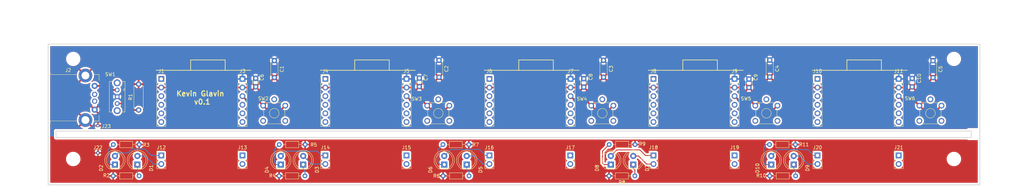
<source format=kicad_pcb>
(kicad_pcb (version 20171130) (host pcbnew "(5.0.0-3-g5ebb6b6)")
  (title_block (title "IOT holder board") (date 2018-09-12) (comment 1 "Kevin Glavin"))
  (layers (0 F.Cu signal) (31 B.Cu signal) (34 B.Paste user) (35 F.Paste user) (36 B.SilkS user) (37 F.SilkS user) (38 B.Mask user) (39 F.Mask user) (44 Edge.Cuts user))
  (net 0 "")
  (net 1 GND)
  (net 2 VCC)
  (net 3 "Net-(J2-Pad1)")
  (net 4 "Net-(J3-Pad3)")
  (net 5 "Net-(J5-Pad3)")
  (net 6 "Net-(J7-Pad3)")
  (net 7 "Net-(J9-Pad3)")
  (net 8 "Net-(J11-Pad3)")
  (net 9 "Net-(R1-Pad1)")
  (net 10 LED2)
  (net 11 "Net-(D1-Pad1)")
  (net 12 "Net-(D2-Pad1)")
  (net 13 LED1)
  (net 14 LED4)
  (net 15 "Net-(D3-Pad1)")
  (net 16 "Net-(D4-Pad1)")
  (net 17 LED3)
  (net 18 LED6)
  (net 19 "Net-(D5-Pad1)")
  (net 20 "Net-(D6-Pad1)")
  (net 21 LED5)
  (net 22 LED8)
  (net 23 "Net-(D7-Pad1)")
  (net 24 LED7)
  (net 25 "Net-(D8-Pad1)")
  (net 26 "Net-(D9-Pad1)")
  (net 27 LED10)
  (net 28 "Net-(D10-Pad1)")
  (net 29 LED9)
  (module Connector_PinHeader_2.54mm:PinHeader_1x02_P2.54mm_Vertical (layer F.Cu) (at 64.008 73.874799)
    (fp_text reference J12 (at 0 -2.33) (layer F.SilkS))
    (fp_text value Conn_01x06_Female hide)
    (pad 2 thru_hole oval (at 0 2.54) (size 1.7 1.7) (drill 1) (layers *.Cu *.Mask) (net 10 LED2))
    (pad 1 thru_hole rect (at 0 0) (size 1.7 1.7) (drill 1) (layers *.Cu *.Mask) (net 13 LED1))
  )
  (module library:CKN10397-ND (layer F.Cu) (at 51.0286 56.5764 270)
    (fp_text reference SW1 (at -6.604 2.032) (layer F.SilkS))
    (fp_text value SW_Push_SPDT hide)
    (pad 5 thru_hole circle (at -4.1 0 270) (size 2.05 2.05) (drill 1.25) (layers *.Cu *.Mask))
    (pad 4 thru_hole circle (at 4.1 0 270) (size 2.05 2.05) (drill 1.25) (layers *.Cu *.Mask))
    (pad 3 thru_hole circle (at 2 0 270) (size 1.4 1.4) (drill 0.8) (layers *.Cu *.Mask) (net 9 "Net-(R1-Pad1)"))
    (pad 1 thru_hole circle (at -2 0 270) (size 1.4 1.4) (drill 0.8) (layers *.Cu *.Mask) (net 3 "Net-(J2-Pad1)"))
    (pad 2 thru_hole circle (at 0 0 270) (size 1.4 1.4) (drill 0.8) (layers *.Cu *.Mask) (net 2 VCC))
  )
  (module Resistor_THT:R_Axial_DIN0204_L3.6mm_D1.6mm_P7.62mm_Horizontal (layer F.Cu) (at 57.4802 79.9084 180)
    (fp_text reference R2 (at 9.6012 0.127 180) (layer F.SilkS))
    (fp_text value 100)
    (pad 2 thru_hole oval (at 7.62 0 180) (size 1.4 1.4) (drill 0.7) (layers *.Cu *.Mask) (net 1 GND))
    (pad 1 thru_hole circle (at 0 0 180) (size 1.4 1.4) (drill 0.7) (layers *.Cu *.Mask) (net 11 "Net-(D1-Pad1)"))
  )
  (module Resistor_THT:R_Axial_DIN0204_L3.6mm_D1.6mm_P7.62mm_Horizontal (layer F.Cu) (at 49.8856 70.6628)
    (fp_text reference R3 (at 9.6774 0.127) (layer F.SilkS))
    (fp_text value 100)
    (pad 2 thru_hole oval (at 7.62 0) (size 1.4 1.4) (drill 0.7) (layers *.Cu *.Mask) (net 1 GND))
    (pad 1 thru_hole circle (at 0 0) (size 1.4 1.4) (drill 0.7) (layers *.Cu *.Mask) (net 12 "Net-(D2-Pad1)"))
  )
  (module Resistor_THT:R_Axial_DIN0204_L3.6mm_D1.6mm_P7.62mm_Horizontal (layer F.Cu) (at 106.2736 79.9084 180)
    (fp_text reference R4 (at 9.5758 0.0508 180) (layer F.SilkS))
    (fp_text value 100)
    (pad 2 thru_hole oval (at 7.62 0 180) (size 1.4 1.4) (drill 0.7) (layers *.Cu *.Mask) (net 1 GND))
    (pad 1 thru_hole circle (at 0 0 180) (size 1.4 1.4) (drill 0.7) (layers *.Cu *.Mask) (net 15 "Net-(D3-Pad1)"))
  )
  (module Resistor_THT:R_Axial_DIN0204_L3.6mm_D1.6mm_P7.62mm_Horizontal (layer F.Cu) (at 98.7044 70.6628)
    (fp_text reference R5 (at 10.1346 0.0762) (layer F.SilkS))
    (fp_text value 100)
    (pad 2 thru_hole oval (at 7.62 0) (size 1.4 1.4) (drill 0.7) (layers *.Cu *.Mask) (net 1 GND))
    (pad 1 thru_hole circle (at 0 0) (size 1.4 1.4) (drill 0.7) (layers *.Cu *.Mask) (net 16 "Net-(D4-Pad1)"))
  )
  (module Resistor_THT:R_Axial_DIN0204_L3.6mm_D1.6mm_P7.62mm_Horizontal (layer F.Cu) (at 154.5336 79.9084 180)
    (fp_text reference R6 (at 9.5758 0 180) (layer F.SilkS))
    (fp_text value 100)
    (pad 2 thru_hole oval (at 7.62 0 180) (size 1.4 1.4) (drill 0.7) (layers *.Cu *.Mask) (net 1 GND))
    (pad 1 thru_hole circle (at 0 0 180) (size 1.4 1.4) (drill 0.7) (layers *.Cu *.Mask) (net 19 "Net-(D5-Pad1)"))
  )
  (module Resistor_THT:R_Axial_DIN0204_L3.6mm_D1.6mm_P7.62mm_Horizontal (layer F.Cu) (at 146.8628 70.6628)
    (fp_text reference R7 (at 9.6012 0.0508) (layer F.SilkS))
    (fp_text value 100)
    (pad 2 thru_hole oval (at 7.62 0) (size 1.4 1.4) (drill 0.7) (layers *.Cu *.Mask) (net 1 GND))
    (pad 1 thru_hole circle (at 0 0) (size 1.4 1.4) (drill 0.7) (layers *.Cu *.Mask) (net 20 "Net-(D6-Pad1)"))
  )
  (module Resistor_THT:R_Axial_DIN0204_L3.6mm_D1.6mm_P7.62mm_Horizontal (layer F.Cu) (at 203.327 79.9084 180)
    (fp_text reference R8 (at 3.81 -1.92 180) (layer F.SilkS))
    (fp_text value 100)
    (pad 2 thru_hole oval (at 7.62 0 180) (size 1.4 1.4) (drill 0.7) (layers *.Cu *.Mask) (net 1 GND))
    (pad 1 thru_hole circle (at 0 0 180) (size 1.4 1.4) (drill 0.7) (layers *.Cu *.Mask) (net 23 "Net-(D7-Pad1)"))
  )
  (module Resistor_THT:R_Axial_DIN0204_L3.6mm_D1.6mm_P7.62mm_Horizontal (layer F.Cu) (at 195.7578 70.6628)
    (fp_text reference R9 (at 9.7282 -0.1778) (layer F.SilkS))
    (fp_text value 100)
    (pad 2 thru_hole oval (at 7.62 0) (size 1.4 1.4) (drill 0.7) (layers *.Cu *.Mask) (net 1 GND))
    (pad 1 thru_hole circle (at 0 0) (size 1.4 1.4) (drill 0.7) (layers *.Cu *.Mask) (net 25 "Net-(D8-Pad1)"))
  )
  (module Resistor_THT:R_Axial_DIN0204_L3.6mm_D1.6mm_P7.62mm_Horizontal (layer F.Cu) (at 250.6218 79.9084 180)
    (fp_text reference R10 (at 10.1346 0.1016 180) (layer F.SilkS))
    (fp_text value 100)
    (pad 2 thru_hole oval (at 7.62 0 180) (size 1.4 1.4) (drill 0.7) (layers *.Cu *.Mask) (net 1 GND))
    (pad 1 thru_hole circle (at 0 0 180) (size 1.4 1.4) (drill 0.7) (layers *.Cu *.Mask) (net 26 "Net-(D9-Pad1)"))
  )
  (module Resistor_THT:R_Axial_DIN0204_L3.6mm_D1.6mm_P7.62mm_Horizontal (layer F.Cu) (at 242.9256 70.6628)
    (fp_text reference R11 (at 10.1346 0) (layer F.SilkS))
    (fp_text value 100)
    (pad 2 thru_hole oval (at 7.62 0) (size 1.4 1.4) (drill 0.7) (layers *.Cu *.Mask) (net 1 GND))
    (pad 1 thru_hole circle (at 0 0) (size 1.4 1.4) (drill 0.7) (layers *.Cu *.Mask) (net 28 "Net-(D10-Pad1)"))
  )
  (module library:SW_TH_Tactile_Omron_B3F-10xx (layer F.Cu) (at 142.24 59.182)
    (fp_text reference SW3 (at -3.1242 -1.9812) (layer F.SilkS))
    (fp_text value SW_SPST)
    (pad 5 thru_hole circle (at 3.25 -1.85) (size 1.7 1.7) (drill 1) (layers *.Cu *.Mask))
    (pad 1 thru_hole circle (at 0 0) (size 1.7 1.7) (drill 1) (layers *.Cu *.Mask) (net 1 GND))
    (pad 2 thru_hole circle (at 6.5 0) (size 1.7 1.7) (drill 1) (layers *.Cu *.Mask) (net 5 "Net-(J5-Pad3)"))
    (pad 3 thru_hole circle (at 0 4.5) (size 1.7 1.7) (drill 1) (layers *.Cu *.Mask))
    (pad 4 thru_hole circle (at 6.5 4.5) (size 1.7 1.7) (drill 1) (layers *.Cu *.Mask))
  )
  (module library:SW_TH_Tactile_Omron_B3F-10xx (layer F.Cu) (at 190.5 59.182)
    (fp_text reference SW4 (at -2.7686 -1.9812) (layer F.SilkS))
    (fp_text value SW_SPST)
    (pad 5 thru_hole circle (at 3.25 -1.85) (size 1.7 1.7) (drill 1) (layers *.Cu *.Mask))
    (pad 1 thru_hole circle (at 0 0) (size 1.7 1.7) (drill 1) (layers *.Cu *.Mask) (net 1 GND))
    (pad 2 thru_hole circle (at 6.5 0) (size 1.7 1.7) (drill 1) (layers *.Cu *.Mask) (net 6 "Net-(J7-Pad3)"))
    (pad 3 thru_hole circle (at 0 4.5) (size 1.7 1.7) (drill 1) (layers *.Cu *.Mask))
    (pad 4 thru_hole circle (at 6.5 4.5) (size 1.7 1.7) (drill 1) (layers *.Cu *.Mask))
  )
  (module library:SW_TH_Tactile_Omron_B3F-10xx (layer F.Cu) (at 287.02 59.182)
    (fp_text reference SW6 (at -2.7686 -2.1082) (layer F.SilkS))
    (fp_text value SW_SPST)
    (pad 5 thru_hole circle (at 3.25 -1.85) (size 1.7 1.7) (drill 1) (layers *.Cu *.Mask))
    (pad 1 thru_hole circle (at 0 0) (size 1.7 1.7) (drill 1) (layers *.Cu *.Mask) (net 1 GND))
    (pad 2 thru_hole circle (at 6.5 0) (size 1.7 1.7) (drill 1) (layers *.Cu *.Mask) (net 8 "Net-(J11-Pad3)"))
    (pad 3 thru_hole circle (at 0 4.5) (size 1.7 1.7) (drill 1) (layers *.Cu *.Mask))
    (pad 4 thru_hole circle (at 6.5 4.5) (size 1.7 1.7) (drill 1) (layers *.Cu *.Mask))
  )
  (module library:SW_TH_Tactile_Omron_B3F-10xx (layer F.Cu) (at 238.76 59.182)
    (fp_text reference SW5 (at -2.7432 -2.0574) (layer F.SilkS))
    (fp_text value SW_SPST)
    (pad 5 thru_hole circle (at 3.25 -1.85) (size 1.7 1.7) (drill 1) (layers *.Cu *.Mask))
    (pad 1 thru_hole circle (at 0 0) (size 1.7 1.7) (drill 1) (layers *.Cu *.Mask) (net 1 GND))
    (pad 2 thru_hole circle (at 6.5 0) (size 1.7 1.7) (drill 1) (layers *.Cu *.Mask) (net 7 "Net-(J9-Pad3)"))
    (pad 3 thru_hole circle (at 0 4.5) (size 1.7 1.7) (drill 1) (layers *.Cu *.Mask))
    (pad 4 thru_hole circle (at 6.5 4.5) (size 1.7 1.7) (drill 1) (layers *.Cu *.Mask))
  )
  (module library:SW_TH_Tactile_Omron_B3F-10xx (layer F.Cu) (at 93.98 59.182)
    (fp_text reference SW2 (at 0.0254 -2.0828) (layer F.SilkS))
    (fp_text value SW_SPST)
    (pad 5 thru_hole circle (at 3.25 -1.85) (size 1.7 1.7) (drill 1) (layers *.Cu *.Mask))
    (pad 1 thru_hole circle (at 0 0) (size 1.7 1.7) (drill 1) (layers *.Cu *.Mask) (net 1 GND))
    (pad 2 thru_hole circle (at 6.5 0) (size 1.7 1.7) (drill 1) (layers *.Cu *.Mask) (net 4 "Net-(J3-Pad3)"))
    (pad 3 thru_hole circle (at 0 4.5) (size 1.7 1.7) (drill 1) (layers *.Cu *.Mask))
    (pad 4 thru_hole circle (at 6.5 4.5) (size 1.7 1.7) (drill 1) (layers *.Cu *.Mask))
  )
  (module library:USB_2_0 (layer F.Cu) (at 41.6814 56.8706 270)
    (fp_text reference J2 (at -8.128 5.08) (layer F.SilkS))
    (fp_text value USB_B)
    (pad 5 thru_hole circle (at 6.5659 0 270) (size 4.064 4.064) (drill 2.3114) (layers *.Cu *.Mask) (net 1 GND))
    (pad 4 thru_hole circle (at 3.5052 -2.7178 270) (size 1.8 1.8) (drill 0.9144) (layers *.Cu *.Mask) (net 1 GND))
    (pad 3 thru_hole circle (at 1.0033 -2.7178 270) (size 1.524 1.524) (drill 0.9144) (layers *.Cu *.Mask))
    (pad 2 thru_hole circle (at -1.0033 -2.7178 270) (size 1.524 1.524) (drill 0.9144) (layers *.Cu *.Mask))
    (pad 1 thru_hole circle (at -3.5052 -2.7178 270) (size 1.8 1.8) (drill 0.9144) (layers *.Cu *.Mask) (net 3 "Net-(J2-Pad1)"))
    (pad 5 thru_hole circle (at -6.5659 0 270) (size 4.064 4.064) (drill 2.3114) (layers *.Cu *.Mask) (net 1 GND))
  )
  (module Capacitor_THT:C_Disc_D3.0mm_W1.6mm_P2.50mm (layer F.Cu) (at 91.7702 51.1302 270)
    (fp_text reference C6 (at -0.2794 -1.8288 270) (layer F.SilkS))
    (fp_text value 0.1uF)
    (pad 1 thru_hole circle (at 0 0 270) (size 1.6 1.6) (drill 0.8) (layers *.Cu *.Mask) (net 2 VCC))
    (pad 2 thru_hole circle (at 2.5 0 270) (size 1.6 1.6) (drill 0.8) (layers *.Cu *.Mask) (net 1 GND))
  )
  (module Capacitor_THT:C_Disc_D3.0mm_W1.6mm_P2.50mm (layer F.Cu) (at 139.9286 51.0794 270)
    (fp_text reference C7 (at -0.2032 -1.905 270) (layer F.SilkS))
    (fp_text value 0.1uF)
    (pad 2 thru_hole circle (at 2.5 0 270) (size 1.6 1.6) (drill 0.8) (layers *.Cu *.Mask) (net 1 GND))
    (pad 1 thru_hole circle (at 0 0 270) (size 1.6 1.6) (drill 0.8) (layers *.Cu *.Mask) (net 2 VCC))
  )
  (module Capacitor_THT:C_Disc_D3.0mm_W1.6mm_P2.50mm (layer F.Cu) (at 188.2902 51.2318 270)
    (fp_text reference C8 (at -0.508 -2.032 270) (layer F.SilkS))
    (fp_text value 0.1uF)
    (pad 1 thru_hole circle (at 0 0 270) (size 1.6 1.6) (drill 0.8) (layers *.Cu *.Mask) (net 2 VCC))
    (pad 2 thru_hole circle (at 2.5 0 270) (size 1.6 1.6) (drill 0.8) (layers *.Cu *.Mask) (net 1 GND))
  )
  (module Capacitor_THT:C_Disc_D3.0mm_W1.6mm_P2.50mm (layer F.Cu) (at 236.8804 51.3588 270)
    (fp_text reference C9 (at -0.508 -2.032 270) (layer F.SilkS))
    (fp_text value 0.1uF)
    (pad 2 thru_hole circle (at 2.5 0 270) (size 1.6 1.6) (drill 0.8) (layers *.Cu *.Mask) (net 1 GND))
    (pad 1 thru_hole circle (at 0 0 270) (size 1.6 1.6) (drill 0.8) (layers *.Cu *.Mask) (net 2 VCC))
  )
  (module Capacitor_THT:C_Disc_D3.0mm_W1.6mm_P2.50mm (layer F.Cu) (at 284.9118 51.1556 270)
    (fp_text reference C10 (at 0 -2.032 270) (layer F.SilkS))
    (fp_text value 0.1uF)
    (pad 1 thru_hole circle (at 0 0 270) (size 1.6 1.6) (drill 0.8) (layers *.Cu *.Mask) (net 2 VCC))
    (pad 2 thru_hole circle (at 2.5 0 270) (size 1.6 1.6) (drill 0.8) (layers *.Cu *.Mask) (net 1 GND))
  )
  (module LED_THT:LED_D5.0mm (layer F.Cu) (at 56.9722 76.574799 90)
    (fp_text reference D1 (at -1.016 4.064 90) (layer F.SilkS))
    (fp_text value LED hide)
    (pad 2 thru_hole circle (at 2.54 0 90) (size 1.8 1.8) (drill 0.9) (layers *.Cu *.Mask) (net 10 LED2))
    (pad 1 thru_hole rect (at 0 0 90) (size 1.8 1.8) (drill 0.9) (layers *.Cu *.Mask) (net 11 "Net-(D1-Pad1)"))
  )
  (module LED_THT:LED_D5.0mm (layer F.Cu) (at 50.3682 76.574799 90)
    (fp_text reference D2 (at -1.016 -4.064 90) (layer F.SilkS))
    (fp_text value LED hide)
    (pad 1 thru_hole rect (at 0 0 90) (size 1.8 1.8) (drill 0.9) (layers *.Cu *.Mask) (net 12 "Net-(D2-Pad1)"))
    (pad 2 thru_hole circle (at 2.54 0 90) (size 1.8 1.8) (drill 0.9) (layers *.Cu *.Mask) (net 13 LED1))
  )
  (module LED_THT:LED_D5.0mm (layer F.Cu) (at 105.752865 76.574799 90)
    (fp_text reference D3 (at -1.524 4.064 90) (layer F.SilkS))
    (fp_text value LED)
    (pad 2 thru_hole circle (at 2.54 0 90) (size 1.8 1.8) (drill 0.9) (layers *.Cu *.Mask) (net 14 LED4))
    (pad 1 thru_hole rect (at 0 0 90) (size 1.8 1.8) (drill 0.9) (layers *.Cu *.Mask) (net 15 "Net-(D3-Pad1)"))
  )
  (module LED_THT:LED_D5.0mm (layer F.Cu) (at 99.148865 76.574799 90)
    (fp_text reference D4 (at -1.524 -4.064 90) (layer F.SilkS))
    (fp_text value LED)
    (pad 1 thru_hole rect (at 0 0 90) (size 1.8 1.8) (drill 0.9) (layers *.Cu *.Mask) (net 16 "Net-(D4-Pad1)"))
    (pad 2 thru_hole circle (at 2.54 0 90) (size 1.8 1.8) (drill 0.9) (layers *.Cu *.Mask) (net 17 LED3))
  )
  (module LED_THT:LED_D5.0mm (layer F.Cu) (at 153.850116 76.574799 90)
    (fp_text reference D5 (at -1.524 4.064 90) (layer F.SilkS))
    (fp_text value LED)
    (pad 2 thru_hole circle (at 2.54 0 90) (size 1.8 1.8) (drill 0.9) (layers *.Cu *.Mask) (net 18 LED6))
    (pad 1 thru_hole rect (at 0 0 90) (size 1.8 1.8) (drill 0.9) (layers *.Cu *.Mask) (net 19 "Net-(D5-Pad1)"))
  )
  (module LED_THT:LED_D5.0mm (layer F.Cu) (at 147.246116 76.574799 90)
    (fp_text reference D6 (at -1.524 -4.064 90) (layer F.SilkS))
    (fp_text value LED)
    (pad 1 thru_hole rect (at 0 0 90) (size 1.8 1.8) (drill 0.9) (layers *.Cu *.Mask) (net 20 "Net-(D6-Pad1)"))
    (pad 2 thru_hole circle (at 2.54 0 90) (size 1.8 1.8) (drill 0.9) (layers *.Cu *.Mask) (net 21 LED5))
  )
  (module LED_THT:LED_D5.0mm (layer F.Cu) (at 202.853183 76.574799 90)
    (fp_text reference D7 (at -1.016 4.064 90) (layer F.SilkS))
    (fp_text value LED)
    (pad 2 thru_hole circle (at 2.54 0 90) (size 1.8 1.8) (drill 0.9) (layers *.Cu *.Mask) (net 22 LED8))
    (pad 1 thru_hole rect (at 0 0 90) (size 1.8 1.8) (drill 0.9) (layers *.Cu *.Mask) (net 23 "Net-(D7-Pad1)"))
  )
  (module LED_THT:LED_D5.0mm (layer F.Cu) (at 196.249183 76.574799 90)
    (fp_text reference D8 (at -1.016 -4.064 90) (layer F.SilkS))
    (fp_text value LED)
    (pad 2 thru_hole circle (at 2.54 0 90) (size 1.8 1.8) (drill 0.9) (layers *.Cu *.Mask) (net 24 LED7))
    (pad 1 thru_hole rect (at 0 0 90) (size 1.8 1.8) (drill 0.9) (layers *.Cu *.Mask) (net 25 "Net-(D8-Pad1)"))
  )
  (module LED_THT:LED_D5.0mm (layer F.Cu) (at 250.048893 76.574799 90)
    (fp_text reference D9 (at -1.016 4.064 90) (layer F.SilkS))
    (fp_text value LED)
    (pad 1 thru_hole rect (at 0 0 90) (size 1.8 1.8) (drill 0.9) (layers *.Cu *.Mask) (net 26 "Net-(D9-Pad1)"))
    (pad 2 thru_hole circle (at 2.54 0 90) (size 1.8 1.8) (drill 0.9) (layers *.Cu *.Mask) (net 27 LED10))
  )
  (module LED_THT:LED_D5.0mm (layer F.Cu) (at 243.444893 76.574799 90)
    (fp_text reference D10 (at -1.016 -4.064 90) (layer F.SilkS))
    (fp_text value LED)
    (pad 1 thru_hole rect (at 0 0 90) (size 1.8 1.8) (drill 0.9) (layers *.Cu *.Mask) (net 28 "Net-(D10-Pad1)"))
    (pad 2 thru_hole circle (at 2.54 0 90) (size 1.8 1.8) (drill 0.9) (layers *.Cu *.Mask) (net 29 LED9))
  )
  (module MountingHole:MountingHole_3.2mm_M3_ISO7380 (layer F.Cu) (at 38.1 45.4152)
    (fp_text reference MH1 hide)
    (fp_text value MountingHole)
    (pad 1 np_thru_hole circle (at 0 0) (size 3.2 3.2) (drill 3.2) (layers *.Cu *.Mask))
  )
  (module MountingHole:MountingHole_3.2mm_M3_ISO7380 (layer F.Cu) (at 38.1 74.93)
    (fp_text reference MH2 hide)
    (fp_text value MountingHole)
    (pad 1 np_thru_hole circle (at 0 0) (size 3.2 3.2) (drill 3.2) (layers *.Cu *.Mask))
  )
  (module MountingHole:MountingHole_3.2mm_M3_ISO7380 (layer F.Cu) (at 297.18 45.4152)
    (fp_text reference MH3 hide)
    (fp_text value MountingHole)
    (pad 1 np_thru_hole circle (at 0 0) (size 3.2 3.2) (drill 3.2) (layers *.Cu *.Mask))
  )
  (module MountingHole:MountingHole_3.2mm_M3_ISO7380 (layer F.Cu) (at 297.18 74.93)
    (fp_text reference MH4 hide)
    (fp_text value MountingHole)
    (pad 1 np_thru_hole circle (at 0 0) (size 3.2 3.2) (drill 3.2) (layers *.Cu *.Mask))
  )
  (module Capacitor_THT:C_Disc_D4.3mm_W1.9mm_P5.00mm (layer F.Cu) (at 97.282 45.8978 270)
    (fp_text reference C1 (at 2.5 -2.2 270) (layer F.SilkS))
    (fp_text value 47uF)
    (pad 2 thru_hole circle (at 5 0 270) (size 1.6 1.6) (drill 0.8) (layers *.Cu *.Mask) (net 1 GND))
    (pad 1 thru_hole circle (at 0 0 270) (size 1.6 1.6) (drill 0.8) (layers *.Cu *.Mask) (net 2 VCC))
  )
  (module Capacitor_THT:C_Disc_D4.3mm_W1.9mm_P5.00mm (layer F.Cu) (at 145.6944 45.8216 270)
    (fp_text reference C2 (at 2.5 -2.2 270) (layer F.SilkS))
    (fp_text value 47uF)
    (pad 1 thru_hole circle (at 0 0 270) (size 1.6 1.6) (drill 0.8) (layers *.Cu *.Mask) (net 2 VCC))
    (pad 2 thru_hole circle (at 5 0 270) (size 1.6 1.6) (drill 0.8) (layers *.Cu *.Mask) (net 1 GND))
  )
  (module Capacitor_THT:C_Disc_D4.3mm_W1.9mm_P5.00mm (layer F.Cu) (at 194.1068 45.8216 270)
    (fp_text reference C3 (at 2.5 -2.2 270) (layer F.SilkS))
    (fp_text value 47uF)
    (pad 2 thru_hole circle (at 5 0 270) (size 1.6 1.6) (drill 0.8) (layers *.Cu *.Mask) (net 1 GND))
    (pad 1 thru_hole circle (at 0 0 270) (size 1.6 1.6) (drill 0.8) (layers *.Cu *.Mask) (net 2 VCC))
  )
  (module Capacitor_THT:C_Disc_D4.3mm_W1.9mm_P5.00mm (layer F.Cu) (at 243.0018 45.7454 270)
    (fp_text reference C4 (at 2.5 -2.2 270) (layer F.SilkS))
    (fp_text value 47uF)
    (pad 1 thru_hole circle (at 0 0 270) (size 1.6 1.6) (drill 0.8) (layers *.Cu *.Mask) (net 2 VCC))
    (pad 2 thru_hole circle (at 5 0 270) (size 1.6 1.6) (drill 0.8) (layers *.Cu *.Mask) (net 1 GND))
  )
  (module Capacitor_THT:C_Disc_D4.3mm_W1.9mm_P5.00mm (layer F.Cu) (at 291.0332 45.9232 270)
    (fp_text reference C5 (at 2.5 -2.2 270) (layer F.SilkS))
    (fp_text value 47uF)
    (pad 2 thru_hole circle (at 5 0 270) (size 1.6 1.6) (drill 0.8) (layers *.Cu *.Mask) (net 1 GND))
    (pad 1 thru_hole circle (at 0 0 270) (size 1.6 1.6) (drill 0.8) (layers *.Cu *.Mask) (net 2 VCC))
  )
  (module Resistor_THT:R_Axial_DIN0207_L6.3mm_D2.5mm_P7.62mm_Horizontal (layer F.Cu) (at 57.3278 60.4774 90)
    (fp_text reference R1 (at 3.81 -2.37 90) (layer F.SilkS))
    (fp_text value 100)
    (pad 1 thru_hole circle (at 0 0 90) (size 1.6 1.6) (drill 0.8) (layers *.Cu *.Mask) (net 9 "Net-(R1-Pad1)"))
    (pad 2 thru_hole oval (at 7.62 0 90) (size 1.6 1.6) (drill 0.8) (layers *.Cu *.Mask) (net 1 GND))
  )
  (module Connector_PinHeader_2.54mm:PinHeader_1x06_P2.54mm_Vertical (layer F.Cu) (at 64.008 51.308)
    (fp_text reference J1 (at 0 -2.33) (layer F.SilkS))
    (fp_text value Conn_01x06_Female)
    (pad 1 thru_hole rect (at 0 0) (size 1.7 1.7) (drill 1) (layers *.Cu *.Mask))
    (pad 2 thru_hole oval (at 0 2.54) (size 1.7 1.7) (drill 1) (layers *.Cu *.Mask) (net 1 GND))
    (pad 3 thru_hole oval (at 0 5.08) (size 1.7 1.7) (drill 1) (layers *.Cu *.Mask))
    (pad 4 thru_hole oval (at 0 7.62) (size 1.7 1.7) (drill 1) (layers *.Cu *.Mask))
    (pad 5 thru_hole oval (at 0 10.16) (size 1.7 1.7) (drill 1) (layers *.Cu *.Mask))
    (pad 6 thru_hole oval (at 0 12.7) (size 1.7 1.7) (drill 1) (layers *.Cu *.Mask))
  )
  (module Connector_PinHeader_2.54mm:PinHeader_1x06_P2.54mm_Vertical (layer F.Cu) (at 87.884 51.308)
    (fp_text reference J3 (at 0 -2.33) (layer F.SilkS))
    (fp_text value Conn_01x06_Female)
    (pad 6 thru_hole oval (at 0 12.7) (size 1.7 1.7) (drill 1) (layers *.Cu *.Mask))
    (pad 5 thru_hole oval (at 0 10.16) (size 1.7 1.7) (drill 1) (layers *.Cu *.Mask))
    (pad 4 thru_hole oval (at 0 7.62) (size 1.7 1.7) (drill 1) (layers *.Cu *.Mask))
    (pad 3 thru_hole oval (at 0 5.08) (size 1.7 1.7) (drill 1) (layers *.Cu *.Mask) (net 4 "Net-(J3-Pad3)"))
    (pad 2 thru_hole oval (at 0 2.54) (size 1.7 1.7) (drill 1) (layers *.Cu *.Mask) (net 1 GND))
    (pad 1 thru_hole rect (at 0 0) (size 1.7 1.7) (drill 1) (layers *.Cu *.Mask) (net 2 VCC))
  )
  (module Connector_PinHeader_2.54mm:PinHeader_1x06_P2.54mm_Vertical (layer F.Cu) (at 112.268 51.308)
    (fp_text reference J4 (at 0 -2.33) (layer F.SilkS))
    (fp_text value Conn_01x06_Female)
    (pad 1 thru_hole rect (at 0 0) (size 1.7 1.7) (drill 1) (layers *.Cu *.Mask))
    (pad 2 thru_hole oval (at 0 2.54) (size 1.7 1.7) (drill 1) (layers *.Cu *.Mask) (net 1 GND))
    (pad 3 thru_hole oval (at 0 5.08) (size 1.7 1.7) (drill 1) (layers *.Cu *.Mask))
    (pad 4 thru_hole oval (at 0 7.62) (size 1.7 1.7) (drill 1) (layers *.Cu *.Mask))
    (pad 5 thru_hole oval (at 0 10.16) (size 1.7 1.7) (drill 1) (layers *.Cu *.Mask))
    (pad 6 thru_hole oval (at 0 12.7) (size 1.7 1.7) (drill 1) (layers *.Cu *.Mask))
  )
  (module Connector_PinHeader_2.54mm:PinHeader_1x06_P2.54mm_Vertical (layer F.Cu) (at 136.144 51.308)
    (fp_text reference J5 (at 0 -2.33) (layer F.SilkS))
    (fp_text value Conn_01x06_Female)
    (pad 6 thru_hole oval (at 0 12.7) (size 1.7 1.7) (drill 1) (layers *.Cu *.Mask))
    (pad 5 thru_hole oval (at 0 10.16) (size 1.7 1.7) (drill 1) (layers *.Cu *.Mask))
    (pad 4 thru_hole oval (at 0 7.62) (size 1.7 1.7) (drill 1) (layers *.Cu *.Mask))
    (pad 3 thru_hole oval (at 0 5.08) (size 1.7 1.7) (drill 1) (layers *.Cu *.Mask) (net 5 "Net-(J5-Pad3)"))
    (pad 2 thru_hole oval (at 0 2.54) (size 1.7 1.7) (drill 1) (layers *.Cu *.Mask) (net 1 GND))
    (pad 1 thru_hole rect (at 0 0) (size 1.7 1.7) (drill 1) (layers *.Cu *.Mask) (net 2 VCC))
  )
  (module Connector_PinHeader_2.54mm:PinHeader_1x06_P2.54mm_Vertical (layer F.Cu) (at 160.528 51.308)
    (fp_text reference J6 (at 0 -2.33) (layer F.SilkS))
    (fp_text value Conn_01x06_Female)
    (pad 1 thru_hole rect (at 0 0) (size 1.7 1.7) (drill 1) (layers *.Cu *.Mask))
    (pad 2 thru_hole oval (at 0 2.54) (size 1.7 1.7) (drill 1) (layers *.Cu *.Mask) (net 1 GND))
    (pad 3 thru_hole oval (at 0 5.08) (size 1.7 1.7) (drill 1) (layers *.Cu *.Mask))
    (pad 4 thru_hole oval (at 0 7.62) (size 1.7 1.7) (drill 1) (layers *.Cu *.Mask))
    (pad 5 thru_hole oval (at 0 10.16) (size 1.7 1.7) (drill 1) (layers *.Cu *.Mask))
    (pad 6 thru_hole oval (at 0 12.7) (size 1.7 1.7) (drill 1) (layers *.Cu *.Mask))
  )
  (module Connector_PinHeader_2.54mm:PinHeader_1x06_P2.54mm_Vertical (layer F.Cu) (at 184.404 51.308)
    (fp_text reference J7 (at 0 -2.33) (layer F.SilkS))
    (fp_text value Conn_01x06_Female)
    (pad 1 thru_hole rect (at 0 0) (size 1.7 1.7) (drill 1) (layers *.Cu *.Mask) (net 2 VCC))
    (pad 2 thru_hole oval (at 0 2.54) (size 1.7 1.7) (drill 1) (layers *.Cu *.Mask) (net 1 GND))
    (pad 3 thru_hole oval (at 0 5.08) (size 1.7 1.7) (drill 1) (layers *.Cu *.Mask) (net 6 "Net-(J7-Pad3)"))
    (pad 4 thru_hole oval (at 0 7.62) (size 1.7 1.7) (drill 1) (layers *.Cu *.Mask))
    (pad 5 thru_hole oval (at 0 10.16) (size 1.7 1.7) (drill 1) (layers *.Cu *.Mask))
    (pad 6 thru_hole oval (at 0 12.7) (size 1.7 1.7) (drill 1) (layers *.Cu *.Mask))
  )
  (module Connector_PinHeader_2.54mm:PinHeader_1x06_P2.54mm_Vertical (layer F.Cu) (at 257.048 51.308)
    (fp_text reference J10 (at 0 -2.33) (layer F.SilkS))
    (fp_text value Conn_01x06_Female)
    (pad 6 thru_hole oval (at 0 12.7) (size 1.7 1.7) (drill 1) (layers *.Cu *.Mask))
    (pad 5 thru_hole oval (at 0 10.16) (size 1.7 1.7) (drill 1) (layers *.Cu *.Mask))
    (pad 4 thru_hole oval (at 0 7.62) (size 1.7 1.7) (drill 1) (layers *.Cu *.Mask))
    (pad 3 thru_hole oval (at 0 5.08) (size 1.7 1.7) (drill 1) (layers *.Cu *.Mask))
    (pad 2 thru_hole oval (at 0 2.54) (size 1.7 1.7) (drill 1) (layers *.Cu *.Mask) (net 1 GND))
    (pad 1 thru_hole rect (at 0 0) (size 1.7 1.7) (drill 1) (layers *.Cu *.Mask))
  )
  (module Connector_PinHeader_2.54mm:PinHeader_1x06_P2.54mm_Vertical (layer F.Cu) (at 208.788 51.308)
    (fp_text reference J8 (at 0 -2.33) (layer F.SilkS))
    (fp_text value Conn_01x06_Female)
    (pad 1 thru_hole rect (at 0 0) (size 1.7 1.7) (drill 1) (layers *.Cu *.Mask))
    (pad 2 thru_hole oval (at 0 2.54) (size 1.7 1.7) (drill 1) (layers *.Cu *.Mask) (net 1 GND))
    (pad 3 thru_hole oval (at 0 5.08) (size 1.7 1.7) (drill 1) (layers *.Cu *.Mask))
    (pad 4 thru_hole oval (at 0 7.62) (size 1.7 1.7) (drill 1) (layers *.Cu *.Mask))
    (pad 5 thru_hole oval (at 0 10.16) (size 1.7 1.7) (drill 1) (layers *.Cu *.Mask))
    (pad 6 thru_hole oval (at 0 12.7) (size 1.7 1.7) (drill 1) (layers *.Cu *.Mask))
  )
  (module Connector_PinHeader_2.54mm:PinHeader_1x06_P2.54mm_Vertical (layer F.Cu) (at 280.924 51.308)
    (fp_text reference J11 (at 0 -2.33) (layer F.SilkS))
    (fp_text value Conn_01x06_Female)
    (pad 6 thru_hole oval (at 0 12.7) (size 1.7 1.7) (drill 1) (layers *.Cu *.Mask))
    (pad 5 thru_hole oval (at 0 10.16) (size 1.7 1.7) (drill 1) (layers *.Cu *.Mask))
    (pad 4 thru_hole oval (at 0 7.62) (size 1.7 1.7) (drill 1) (layers *.Cu *.Mask))
    (pad 3 thru_hole oval (at 0 5.08) (size 1.7 1.7) (drill 1) (layers *.Cu *.Mask) (net 8 "Net-(J11-Pad3)"))
    (pad 2 thru_hole oval (at 0 2.54) (size 1.7 1.7) (drill 1) (layers *.Cu *.Mask) (net 1 GND))
    (pad 1 thru_hole rect (at 0 0) (size 1.7 1.7) (drill 1) (layers *.Cu *.Mask) (net 2 VCC))
  )
  (module Connector_PinHeader_2.54mm:PinHeader_1x06_P2.54mm_Vertical (layer F.Cu) (at 232.664 51.308)
    (fp_text reference J9 (at 0 -2.33) (layer F.SilkS))
    (fp_text value Conn_01x06_Female)
    (pad 6 thru_hole oval (at 0 12.7) (size 1.7 1.7) (drill 1) (layers *.Cu *.Mask))
    (pad 5 thru_hole oval (at 0 10.16) (size 1.7 1.7) (drill 1) (layers *.Cu *.Mask))
    (pad 4 thru_hole oval (at 0 7.62) (size 1.7 1.7) (drill 1) (layers *.Cu *.Mask))
    (pad 3 thru_hole oval (at 0 5.08) (size 1.7 1.7) (drill 1) (layers *.Cu *.Mask) (net 7 "Net-(J9-Pad3)"))
    (pad 2 thru_hole oval (at 0 2.54) (size 1.7 1.7) (drill 1) (layers *.Cu *.Mask) (net 1 GND))
    (pad 1 thru_hole rect (at 0 0) (size 1.7 1.7) (drill 1) (layers *.Cu *.Mask) (net 2 VCC))
  )
  (module Connector_PinHeader_2.54mm:PinHeader_1x02_P2.54mm_Vertical (layer F.Cu) (at 87.884 73.874799)
    (fp_text reference J13 (at 0 -2.33) (layer F.SilkS))
    (fp_text value Conn_01x06_Female)
    (pad 1 thru_hole rect (at 0 0) (size 1.7 1.7) (drill 1) (layers *.Cu *.Mask))
    (pad 2 thru_hole oval (at 0 2.54) (size 1.7 1.7) (drill 1) (layers *.Cu *.Mask))
  )
  (module Connector_PinHeader_2.54mm:PinHeader_1x02_P2.54mm_Vertical (layer F.Cu) (at 112.268 73.874799)
    (fp_text reference J14 (at 0 -2.33) (layer F.SilkS))
    (fp_text value Conn_01x06_Female)
    (pad 2 thru_hole oval (at 0 2.54) (size 1.7 1.7) (drill 1) (layers *.Cu *.Mask) (net 14 LED4))
    (pad 1 thru_hole rect (at 0 0) (size 1.7 1.7) (drill 1) (layers *.Cu *.Mask) (net 17 LED3))
  )
  (module Connector_PinHeader_2.54mm:PinHeader_1x02_P2.54mm_Vertical (layer F.Cu) (at 136.144 73.874799)
    (fp_text reference J15 (at 0 -2.33) (layer F.SilkS))
    (fp_text value Conn_01x06_Female)
    (pad 1 thru_hole rect (at 0 0) (size 1.7 1.7) (drill 1) (layers *.Cu *.Mask))
    (pad 2 thru_hole oval (at 0 2.54) (size 1.7 1.7) (drill 1) (layers *.Cu *.Mask))
  )
  (module Connector_PinHeader_2.54mm:PinHeader_1x02_P2.54mm_Vertical (layer F.Cu) (at 160.528 73.874799)
    (fp_text reference J16 (at 0 -2.33) (layer F.SilkS))
    (fp_text value Conn_01x06_Female)
    (pad 2 thru_hole oval (at 0 2.54) (size 1.7 1.7) (drill 1) (layers *.Cu *.Mask) (net 18 LED6))
    (pad 1 thru_hole rect (at 0 0) (size 1.7 1.7) (drill 1) (layers *.Cu *.Mask) (net 21 LED5))
  )
  (module Connector_PinHeader_2.54mm:PinHeader_1x02_P2.54mm_Vertical (layer F.Cu) (at 184.3278 73.874799)
    (fp_text reference J17 (at 0 -2.33) (layer F.SilkS))
    (fp_text value Conn_01x06_Female)
    (pad 1 thru_hole rect (at 0 0) (size 1.7 1.7) (drill 1) (layers *.Cu *.Mask))
    (pad 2 thru_hole oval (at 0 2.54) (size 1.7 1.7) (drill 1) (layers *.Cu *.Mask))
  )
  (module Connector_PinHeader_2.54mm:PinHeader_1x02_P2.54mm_Vertical (layer F.Cu) (at 208.788 73.874799)
    (fp_text reference J18 (at 0 -2.33) (layer F.SilkS))
    (fp_text value Conn_01x06_Female)
    (pad 2 thru_hole oval (at 0 2.54) (size 1.7 1.7) (drill 1) (layers *.Cu *.Mask) (net 22 LED8))
    (pad 1 thru_hole rect (at 0 0) (size 1.7 1.7) (drill 1) (layers *.Cu *.Mask) (net 24 LED7))
  )
  (module Connector_PinHeader_2.54mm:PinHeader_1x02_P2.54mm_Vertical (layer F.Cu) (at 232.664 73.874799)
    (fp_text reference J19 (at 0 -2.33) (layer F.SilkS))
    (fp_text value Conn_01x06_Female)
    (pad 1 thru_hole rect (at 0 0) (size 1.7 1.7) (drill 1) (layers *.Cu *.Mask))
    (pad 2 thru_hole oval (at 0 2.54) (size 1.7 1.7) (drill 1) (layers *.Cu *.Mask))
  )
  (module Connector_PinHeader_2.54mm:PinHeader_1x02_P2.54mm_Vertical (layer F.Cu) (at 257.048 73.874799)
    (fp_text reference J20 (at 0 -2.33) (layer F.SilkS))
    (fp_text value Conn_01x06_Female)
    (pad 2 thru_hole oval (at 0 2.54) (size 1.7 1.7) (drill 1) (layers *.Cu *.Mask) (net 27 LED10))
    (pad 1 thru_hole rect (at 0 0) (size 1.7 1.7) (drill 1) (layers *.Cu *.Mask) (net 29 LED9))
  )
  (module Connector_PinHeader_2.54mm:PinHeader_1x02_P2.54mm_Vertical (layer F.Cu) (at 280.924 73.874799)
    (fp_text reference J21 (at 0 -2.33) (layer F.SilkS))
    (fp_text value Conn_01x06_Female)
    (pad 1 thru_hole rect (at 0 0) (size 1.7 1.7) (drill 1) (layers *.Cu *.Mask))
    (pad 2 thru_hole oval (at 0 2.54) (size 1.7 1.7) (drill 1) (layers *.Cu *.Mask))
  )
  (module Connector_PinHeader_1.00mm:PinHeader_1x01_P1.00mm_Vertical (layer F.Cu) (at 45.3644 73.1266)
    (fp_text reference J22 (at 0 -1.56) (layer F.SilkS))
    (fp_text value Conn_01x01_Female)
    (pad 1 thru_hole rect (at 0 0) (size 0.85 0.85) (drill 0.5) (layers *.Cu *.Mask) (net 1 GND))
  )
  (module Connector_PinHeader_1.00mm:PinHeader_1x01_P1.00mm_Vertical (layer F.Cu) (at 45.339 65.0748)
    (fp_text reference J23 (at 2.4892 0.2032) (layer F.SilkS))
    (fp_text value Conn_01x01_Female)
    (pad 1 thru_hole rect (at 0 0) (size 0.85 0.85) (drill 0.5) (layers *.Cu *.Mask) (net 1 GND))
  )
  (gr_line (start 33.02 66.675) (end 33.02 68.58) (layer Edge.Cuts) (width 0.19812))
  (gr_line (start 302.2854 66.675) (end 302.2854 68.5546) (layer Edge.Cuts) (width 0.19812))
  (gr_line (start 302.26 66.675) (end 33.02 66.675) (layer Edge.Cuts) (width 0.2))
  (gr_line (start 302.26 68.58) (end 33.02 68.58) (layer Edge.Cuts) (width 0.2))
  (gr_text "Kevin Glavin \nv0.1" (at 76.0476 56.8706) (layer F.SilkS) (effects (font (size 1.5 1.5) (thickness 0.3))))
  (gr_line (start 30.734 82.55) (end 30.734 41.0464) (layer Edge.Cuts) (width 0.2))
  (gr_line (start 304.8 82.55) (end 30.734 82.55) (layer Edge.Cuts) (width 0.2))
  (gr_line (start 304.8254 41.0464) (end 304.8 82.55) (layer Edge.Cuts) (width 0.2))
  (gr_line (start 30.734 41.0464) (end 304.8 41.0464) (layer Edge.Cuts) (width 0.2))
  (gr_line (start 265.684 45.72) (end 275.844 45.72) (layer F.SilkS) (width 0.2))
  (gr_line (start 217.424 45.72) (end 227.584 45.72) (layer F.SilkS) (width 0.2))
  (gr_line (start 169.164 45.72) (end 179.324 45.72) (layer F.SilkS) (width 0.2))
  (gr_line (start 120.904 45.72) (end 131.064 45.72) (layer F.SilkS) (width 0.2))
  (gr_line (start 275.844 45.72) (end 275.844 48.768) (layer F.SilkS) (width 0.2))
  (gr_line (start 227.584 45.72) (end 227.584 48.768) (layer F.SilkS) (width 0.2))
  (gr_line (start 179.324 45.72) (end 179.324 48.768) (layer F.SilkS) (width 0.2))
  (gr_line (start 131.064 45.72) (end 131.064 48.768) (layer F.SilkS) (width 0.2))
  (gr_line (start 265.684 48.768) (end 265.684 45.72) (layer F.SilkS) (width 0.2))
  (gr_line (start 217.424 48.768) (end 217.424 45.72) (layer F.SilkS) (width 0.2))
  (gr_line (start 169.164 48.768) (end 169.164 45.72) (layer F.SilkS) (width 0.2))
  (gr_line (start 120.904 48.768) (end 120.904 45.72) (layer F.SilkS) (width 0.2))
  (gr_line (start 255.524 48.768) (end 283.464 48.768) (layer F.SilkS) (width 0.2))
  (gr_line (start 207.264 48.768) (end 235.204 48.768) (layer F.SilkS) (width 0.2))
  (gr_line (start 159.004 48.768) (end 186.944 48.768) (layer F.SilkS) (width 0.2))
  (gr_line (start 110.744 48.768) (end 138.684 48.768) (layer F.SilkS) (width 0.2))
  (gr_line (start 82.804 45.72) (end 82.804 48.768) (layer F.SilkS) (width 0.2))
  (gr_line (start 72.644 45.72) (end 82.804 45.72) (layer F.SilkS) (width 0.2))
  (gr_line (start 72.644 48.768) (end 72.644 45.72) (layer F.SilkS) (width 0.2))
  (gr_line (start 62.484 48.768) (end 90.424 48.768) (layer F.SilkS) (width 0.2))
  (segment (start 46.7868 53.3654) (end 44.3992 53.3654) (width 0.508) (layer F.Cu) (net 3))
  (segment (start 47.9806 54.5592) (end 46.7868 53.3654) (width 0.508) (layer F.Cu) (net 3))
  (segment (start 50.021451 54.5592) (end 47.9806 54.5592) (width 0.508) (layer F.Cu) (net 3))
  (segment (start 50.038651 54.5764) (end 50.021451 54.5592) (width 0.508) (layer F.Cu) (net 3))
  (segment (start 51.0286 54.5764) (end 50.038651 54.5764) (width 0.508) (layer F.Cu) (net 3))
  (segment (start 98.2702 61.3918) (end 100.48 59.182) (width 0.508) (layer F.Cu) (net 4))
  (segment (start 92.8878 61.3918) (end 98.2702 61.3918) (width 0.508) (layer F.Cu) (net 4))
  (segment (start 87.884 56.388) (end 92.8878 61.3918) (width 0.508) (layer F.Cu) (net 4))
  (segment (start 146.4032 61.5188) (end 148.74 59.182) (width 0.508) (layer F.Cu) (net 5))
  (segment (start 141.2748 61.5188) (end 146.4032 61.5188) (width 0.508) (layer F.Cu) (net 5))
  (segment (start 136.144 56.388) (end 141.2748 61.5188) (width 0.508) (layer F.Cu) (net 5))
  (segment (start 185.253999 57.237999) (end 185.304799 57.237999) (width 0.508) (layer F.Cu) (net 6))
  (segment (start 184.404 56.388) (end 185.253999 57.237999) (width 0.508) (layer F.Cu) (net 6))
  (segment (start 185.304799 57.237999) (end 189.484 61.4172) (width 0.508) (layer F.Cu) (net 6))
  (segment (start 194.7648 61.4172) (end 197 59.182) (width 0.508) (layer F.Cu) (net 6))
  (segment (start 189.484 61.4172) (end 194.7648 61.4172) (width 0.508) (layer F.Cu) (net 6))
  (segment (start 232.664 56.388) (end 237.236 60.96) (width 0.508) (layer F.Cu) (net 7))
  (segment (start 237.236 60.96) (end 239.6236 60.96) (width 0.508) (layer F.Cu) (net 7))
  (segment (start 239.6236 60.96) (end 241.935 60.96) (width 0.508) (layer F.Cu) (net 7))
  (segment (start 243.482 60.96) (end 245.26 59.182) (width 0.508) (layer F.Cu) (net 7))
  (segment (start 239.6236 60.96) (end 243.482 60.96) (width 0.508) (layer F.Cu) (net 7))
  (segment (start 291.1324 61.5696) (end 293.52 59.182) (width 0.508) (layer F.Cu) (net 8))
  (segment (start 286.1056 61.5696) (end 291.1324 61.5696) (width 0.508) (layer F.Cu) (net 8))
  (segment (start 280.924 56.388) (end 286.1056 61.5696) (width 0.508) (layer F.Cu) (net 8))
  (segment (start 53.7758 58.5764) (end 51.0286 58.5764) (width 0.508) (layer F.Cu) (net 9))
  (segment (start 55.6768 60.4774) (end 53.7758 58.5764) (width 0.508) (layer F.Cu) (net 9))
  (segment (start 57.3278 60.4774) (end 55.6768 60.4774) (width 0.508) (layer F.Cu) (net 9))
  (segment (start 56.9722 74.034799) (end 59.302799 74.034799) (width 0.25) (layer B.Cu) (net 10))
  (segment (start 61.682799 76.414799) (end 64.008 76.414799) (width 0.25) (layer B.Cu) (net 10))
  (segment (start 59.302799 74.034799) (end 61.682799 76.414799) (width 0.25) (layer B.Cu) (net 10))
  (segment (start 56.9722 79.4004) (end 57.4802 79.9084) (width 0.25) (layer B.Cu) (net 11))
  (segment (start 56.9722 76.574799) (end 56.9722 79.4004) (width 0.25) (layer B.Cu) (net 11))
  (segment (start 49.8856 70.6628) (end 48.3616 72.1868) (width 0.25) (layer B.Cu) (net 12))
  (segment (start 49.2182 76.574799) (end 50.3682 76.574799) (width 0.25) (layer B.Cu) (net 12))
  (segment (start 48.3616 75.718199) (end 49.2182 76.574799) (width 0.25) (layer B.Cu) (net 12))
  (segment (start 48.3616 72.1868) (end 48.3616 75.718199) (width 0.25) (layer B.Cu) (net 12))
  (segment (start 51.268199 73.1348) (end 54.2208 73.1348) (width 0.25) (layer B.Cu) (net 13))
  (segment (start 50.3682 74.034799) (end 51.268199 73.1348) (width 0.25) (layer B.Cu) (net 13))
  (segment (start 54.2208 73.1348) (end 55.3974 71.9582) (width 0.25) (layer B.Cu) (net 13))
  (segment (start 55.3974 71.9582) (end 59.182 71.9582) (width 0.25) (layer B.Cu) (net 13))
  (segment (start 61.098599 73.874799) (end 64.008 73.874799) (width 0.25) (layer B.Cu) (net 13))
  (segment (start 59.182 71.9582) (end 61.098599 73.874799) (width 0.25) (layer B.Cu) (net 13))
  (segment (start 108.132865 76.414799) (end 105.752865 74.034799) (width 0.25) (layer B.Cu) (net 14))
  (segment (start 112.268 76.414799) (end 108.132865 76.414799) (width 0.25) (layer B.Cu) (net 14))
  (segment (start 105.752865 76.574799) (end 105.752865 77.965265) (width 0.25) (layer B.Cu) (net 15))
  (segment (start 106.2736 78.486) (end 106.2736 79.9084) (width 0.25) (layer B.Cu) (net 15))
  (segment (start 105.752865 77.965265) (end 106.2736 78.486) (width 0.25) (layer B.Cu) (net 15))
  (segment (start 98.7044 70.6628) (end 97.3074 72.0598) (width 0.25) (layer B.Cu) (net 16))
  (segment (start 97.3074 72.0598) (end 97.3074 76.0476) (width 0.25) (layer B.Cu) (net 16))
  (segment (start 97.834599 76.574799) (end 99.148865 76.574799) (width 0.25) (layer B.Cu) (net 16))
  (segment (start 97.3074 76.0476) (end 97.834599 76.574799) (width 0.25) (layer B.Cu) (net 16))
  (segment (start 111.168 73.874799) (end 109.911801 72.6186) (width 0.25) (layer B.Cu) (net 17))
  (segment (start 112.268 73.874799) (end 111.168 73.874799) (width 0.25) (layer B.Cu) (net 17))
  (segment (start 100.565064 72.6186) (end 99.148865 74.034799) (width 0.25) (layer B.Cu) (net 17))
  (segment (start 109.911801 72.6186) (end 100.565064 72.6186) (width 0.25) (layer B.Cu) (net 17))
  (segment (start 159.325919 76.414799) (end 159.312118 76.4286) (width 0.25) (layer B.Cu) (net 18))
  (segment (start 160.528 76.414799) (end 159.325919 76.414799) (width 0.25) (layer B.Cu) (net 18))
  (segment (start 159.312118 76.4286) (end 158.6484 76.4286) (width 0.25) (layer B.Cu) (net 18))
  (segment (start 156.254599 74.034799) (end 153.850116 74.034799) (width 0.25) (layer B.Cu) (net 18))
  (segment (start 158.6484 76.4286) (end 156.254599 74.034799) (width 0.25) (layer B.Cu) (net 18))
  (segment (start 154.5336 79.9084) (end 154.5336 78.7146) (width 0.25) (layer B.Cu) (net 19))
  (segment (start 153.850116 78.031116) (end 153.850116 76.574799) (width 0.25) (layer B.Cu) (net 19))
  (segment (start 154.5336 78.7146) (end 153.850116 78.031116) (width 0.25) (layer B.Cu) (net 19))
  (segment (start 146.096116 76.574799) (end 147.246116 76.574799) (width 0.25) (layer B.Cu) (net 20))
  (segment (start 145.3134 72.2122) (end 145.3134 75.792083) (width 0.25) (layer B.Cu) (net 20))
  (segment (start 145.3134 75.792083) (end 146.096116 76.574799) (width 0.25) (layer B.Cu) (net 20))
  (segment (start 146.8628 70.6628) (end 145.3134 72.2122) (width 0.25) (layer B.Cu) (net 20))
  (segment (start 157.663801 72.1106) (end 149.170315 72.1106) (width 0.25) (layer B.Cu) (net 21))
  (segment (start 159.428 73.874799) (end 157.663801 72.1106) (width 0.25) (layer B.Cu) (net 21))
  (segment (start 149.170315 72.1106) (end 147.246116 74.034799) (width 0.25) (layer B.Cu) (net 21))
  (segment (start 160.528 73.874799) (end 159.428 73.874799) (width 0.25) (layer B.Cu) (net 21))
  (segment (start 207.585919 76.414799) (end 207.572118 76.4286) (width 0.25) (layer F.Cu) (net 22))
  (segment (start 208.788 76.414799) (end 207.585919 76.414799) (width 0.25) (layer F.Cu) (net 22))
  (segment (start 207.572118 76.4286) (end 206.7814 76.4286) (width 0.25) (layer F.Cu) (net 22))
  (segment (start 204.387599 74.034799) (end 202.853183 74.034799) (width 0.25) (layer F.Cu) (net 22))
  (segment (start 206.7814 76.4286) (end 204.387599 74.034799) (width 0.25) (layer F.Cu) (net 22))
  (segment (start 202.853183 77.724799) (end 203.360384 78.232) (width 0.25) (layer F.Cu) (net 23))
  (segment (start 202.853183 76.574799) (end 202.853183 77.724799) (width 0.25) (layer F.Cu) (net 23))
  (segment (start 203.327 78.265384) (end 203.327 79.9084) (width 0.25) (layer F.Cu) (net 23))
  (segment (start 203.360384 78.232) (end 203.327 78.265384) (width 0.25) (layer F.Cu) (net 23))
  (segment (start 197.149182 73.1348) (end 197.149182 73.132218) (width 0.25) (layer F.Cu) (net 24))
  (segment (start 196.249183 74.034799) (end 197.149182 73.1348) (width 0.25) (layer F.Cu) (net 24))
  (segment (start 197.149182 73.132218) (end 198.0438 72.2376) (width 0.25) (layer F.Cu) (net 24))
  (segment (start 198.0438 72.2376) (end 204.7748 72.2376) (width 0.25) (layer F.Cu) (net 24))
  (segment (start 206.411999 73.874799) (end 208.788 73.874799) (width 0.25) (layer F.Cu) (net 24))
  (segment (start 204.7748 72.2376) (end 206.411999 73.874799) (width 0.25) (layer F.Cu) (net 24))
  (segment (start 195.7578 70.6628) (end 193.7766 72.644) (width 0.25) (layer F.Cu) (net 25))
  (segment (start 193.7766 72.644) (end 193.7766 76.1238) (width 0.25) (layer F.Cu) (net 25))
  (segment (start 194.227599 76.574799) (end 196.249183 76.574799) (width 0.25) (layer F.Cu) (net 25))
  (segment (start 193.7766 76.1238) (end 194.227599 76.574799) (width 0.25) (layer F.Cu) (net 25))
  (segment (start 250.048893 77.724799) (end 250.657694 78.3336) (width 0.25) (layer B.Cu) (net 26))
  (segment (start 250.048893 76.574799) (end 250.048893 77.724799) (width 0.25) (layer B.Cu) (net 26))
  (segment (start 250.6218 78.369494) (end 250.6218 79.9084) (width 0.25) (layer B.Cu) (net 26))
  (segment (start 250.657694 78.3336) (end 250.6218 78.369494) (width 0.25) (layer B.Cu) (net 26))
  (segment (start 254.240199 76.414799) (end 251.860199 74.034799) (width 0.25) (layer B.Cu) (net 27))
  (segment (start 251.860199 74.034799) (end 250.048893 74.034799) (width 0.25) (layer B.Cu) (net 27))
  (segment (start 257.048 76.414799) (end 254.240199 76.414799) (width 0.25) (layer B.Cu) (net 27))
  (segment (start 241.750999 76.574799) (end 243.444893 76.574799) (width 0.25) (layer B.Cu) (net 28))
  (segment (start 241.2746 76.0984) (end 241.750999 76.574799) (width 0.25) (layer B.Cu) (net 28))
  (segment (start 241.2746 71.323851) (end 241.2746 76.0984) (width 0.25) (layer B.Cu) (net 28))
  (segment (start 241.935651 70.6628) (end 241.2746 71.323851) (width 0.25) (layer B.Cu) (net 28))
  (segment (start 242.9256 70.6628) (end 241.935651 70.6628) (width 0.25) (layer B.Cu) (net 28))
  (segment (start 245.343692 72.136) (end 243.444893 74.034799) (width 0.25) (layer B.Cu) (net 29))
  (segment (start 254.209201 72.136) (end 245.343692 72.136) (width 0.25) (layer B.Cu) (net 29))
  (segment (start 255.948 73.874799) (end 254.209201 72.136) (width 0.25) (layer B.Cu) (net 29))
  (segment (start 257.048 73.874799) (end 255.948 73.874799) (width 0.25) (layer B.Cu) (net 29))
  (zone (net 1) (net_name GND) (layer F.Cu) (connect_pads (clearance 0.508)) (min_thickness 0.254) (fill yes (arc_segments 16) (thermal_gap 0.508) (thermal_bridge_width 0.508))
    (polygon (pts (xy 26.206971 32.00258) (xy 317.798971 32.51058) (xy 315.131971 67.71498) (xy 16.554971 69.11198) (xy 25.698971 32.51058)))
  )
  (zone (net 2) (net_name VCC) (layer B.Cu) (connect_pads (clearance 0.508)) (min_thickness 0.254) (fill yes (arc_segments 16) (thermal_gap 0.508) (thermal_bridge_width 0.508))
    (polygon (pts (xy 317.6016 28.575) (xy 315.2648 66.7766) (xy 24.6888 68.3006) (xy 26.01965 28.067901)))
  )
  (zone (net 0) (net_name "") (layers F&B.Cu) (connect_pads (clearance 0.508)) (min_thickness 0.254)
    (keepout (tracks not_allowed) (vias not_allowed) (copperpour not_allowed))
    (fill (arc_segments 16) (thermal_gap 0.508) (thermal_bridge_width 0.508))
    (polygon (pts (xy 301.1678 65.7606) (xy 306.7812 65.786) (xy 306.7558 69.3674) (xy 301.1932 69.3674)))
  )
  (zone (net 1) (net_name GND) (layer F.Cu) (connect_pads (clearance 0.508)) (min_thickness 0.254) (fill yes (arc_segments 16) (thermal_gap 0.508) (thermal_bridge_width 0.508))
    (polygon (pts (xy 29.1084 68.6816) (xy 308.3306 67.945) (xy 308.2798 84.8106) (xy 28.9814 85.0392)))
  )
)
</source>
